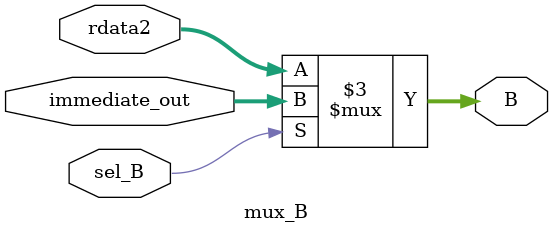
<source format=sv>
module mux_B(
    input logic [31:0] immediate_out,
    input logic [31:0]rdata2,
    input logic sel_B,
    output logic[31:0] B
);
always_comb begin
    if (sel_B) begin
        B=immediate_out;
    end
    else begin
        B=rdata2;
    end   
end   
endmodule

</source>
